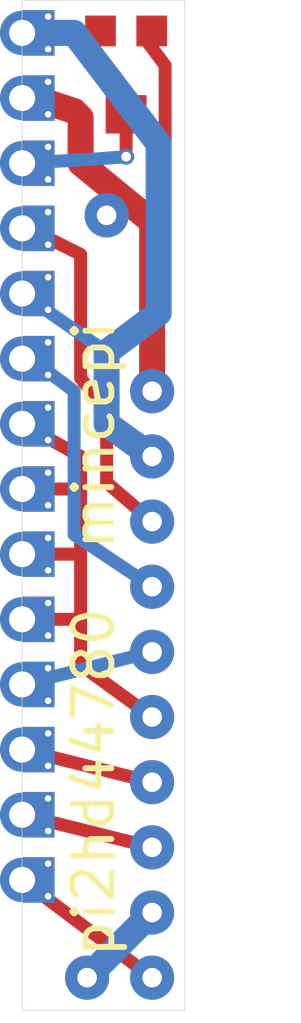
<source format=kicad_pcb>
(kicad_pcb (version 4) (host pcbnew 4.0.5+dfsg1-4)

  (general
    (links 0)
    (no_connects 0)
    (area 114.862 57.064 142.313 112.465001)
    (thickness 1.6)
    (drawings 5)
    (tracks 53)
    (zones 0)
    (modules 8)
    (nets 1)
  )

  (page A4)
  (layers
    (0 F.Cu signal)
    (31 B.Cu signal)
    (32 B.Adhes user)
    (33 F.Adhes user)
    (34 B.Paste user)
    (35 F.Paste user)
    (36 B.SilkS user)
    (37 F.SilkS user)
    (38 B.Mask user)
    (39 F.Mask user)
    (40 Dwgs.User user)
    (41 Cmts.User user)
    (42 Eco1.User user)
    (43 Eco2.User user)
    (44 Edge.Cuts user)
    (45 Margin user)
    (46 B.CrtYd user)
    (47 F.CrtYd user)
    (48 B.Fab user)
    (49 F.Fab user)
  )

  (setup
    (last_trace_width 0.25)
    (user_trace_width 0.508)
    (user_trace_width 0.762)
    (user_trace_width 1.016)
    (trace_clearance 0.2)
    (zone_clearance 0.508)
    (zone_45_only no)
    (trace_min 0.2)
    (segment_width 0.2)
    (edge_width 0.15)
    (via_size 0.635)
    (via_drill 0.381)
    (via_min_size 0.4)
    (via_min_drill 0.3)
    (uvia_size 0.3)
    (uvia_drill 0.1)
    (uvias_allowed no)
    (uvia_min_size 0)
    (uvia_min_drill 0)
    (pcb_text_width 0.3)
    (pcb_text_size 1.5 1.5)
    (mod_edge_width 0.15)
    (mod_text_size 1 1)
    (mod_text_width 0.15)
    (pad_size 1.27 1.7272)
    (pad_drill 0)
    (pad_to_mask_clearance 0.0508)
    (aux_axis_origin 0 0)
    (visible_elements 7FFFF7DF)
    (pcbplotparams
      (layerselection 0x00030_80000001)
      (usegerberextensions false)
      (excludeedgelayer true)
      (linewidth 0.150000)
      (plotframeref false)
      (viasonmask false)
      (mode 1)
      (useauxorigin false)
      (hpglpennumber 1)
      (hpglpenspeed 20)
      (hpglpendiameter 15)
      (hpglpenoverlay 2)
      (psnegative false)
      (psa4output false)
      (plotreference true)
      (plotvalue true)
      (plotinvisibletext false)
      (padsonsilk false)
      (subtractmaskfromsilk false)
      (outputformat 1)
      (mirror false)
      (drillshape 1)
      (scaleselection 1)
      (outputdirectory ""))
  )

  (net 0 "")

  (net_class Default "This is the default net class."
    (clearance 0.2)
    (trace_width 0.25)
    (via_dia 0.635)
    (via_drill 0.381)
    (uvia_dia 0.3)
    (uvia_drill 0.1)
  )

  (module Pin_Headers:Pin_Header_Straight_1x14 (layer F.Cu) (tedit 5D334B04) (tstamp 5D334C53)
    (at 128.016 74.295)
    (descr "Through hole pin header")
    (tags "pin header")
    (fp_text reference "" (at 1.524 -9.144) (layer F.SilkS) hide
      (effects (font (size 1 1) (thickness 0.15)))
    )
    (fp_text value "" (at 6.35 -14.986) (layer F.Fab) hide
      (effects (font (size 1 1) (thickness 0.15)))
    )
    (pad 1 thru_hole rect (at 0 0) (size 1.27 1.27) (drill 0.254 (offset -0.381 -0.381)) (layers *.Cu *.Mask)
      (solder_mask_margin 0.0508))
    (pad 2 thru_hole rect (at 0 2.54) (size 1.27 1.27) (drill 0.254 (offset -0.381 -0.381)) (layers *.Cu *.Mask)
      (solder_mask_margin 0.0508))
    (pad 3 thru_hole rect (at 0 5.08) (size 1.27 1.27) (drill 0.254 (offset -0.381 -0.381)) (layers *.Cu *.Mask)
      (solder_mask_margin 0.0508))
    (pad 4 thru_hole rect (at 0 7.62) (size 1.27 1.27) (drill 0.254 (offset -0.381 -0.381)) (layers *.Cu *.Mask)
      (solder_mask_margin 0.0508))
    (pad 5 thru_hole rect (at 0 10.16) (size 1.27 1.27) (drill 0.254 (offset -0.381 -0.381)) (layers *.Cu *.Mask)
      (solder_mask_margin 0.0508))
    (pad 6 thru_hole rect (at 0 12.7) (size 1.27 1.27) (drill 0.254 (offset -0.381 -0.381)) (layers *.Cu *.Mask)
      (solder_mask_margin 0.0508))
    (pad 7 thru_hole rect (at 0 15.24) (size 1.27 1.27) (drill 0.254 (offset -0.381 -0.381)) (layers *.Cu *.Mask)
      (solder_mask_margin 0.0508))
    (pad 8 thru_hole rect (at 0 17.78) (size 1.27 1.27) (drill 0.254 (offset -0.381 -0.381)) (layers *.Cu *.Mask)
      (solder_mask_margin 0.0508))
    (pad 9 thru_hole rect (at 0 20.32) (size 1.27 1.27) (drill 0.254 (offset -0.381 -0.381)) (layers *.Cu *.Mask)
      (solder_mask_margin 0.0508))
    (pad 10 thru_hole rect (at 0 22.86) (size 1.27 1.27) (drill 0.254 (offset -0.381 -0.381)) (layers *.Cu *.Mask)
      (solder_mask_margin 0.0508))
    (pad 11 thru_hole rect (at 0 25.4) (size 1.27 1.27) (drill 0.254 (offset -0.381 -0.381)) (layers *.Cu *.Mask)
      (solder_mask_margin 0.0508))
    (pad 12 thru_hole rect (at 0 27.94) (size 1.27 1.27) (drill 0.254 (offset -0.381 -0.381)) (layers *.Cu *.Mask)
      (solder_mask_margin 0.0508))
    (pad 13 thru_hole rect (at 0 30.48) (size 1.27 1.27) (drill 0.254 (offset -0.381 -0.381)) (layers *.Cu *.Mask)
      (solder_mask_margin 0.0508))
    (pad 14 thru_hole rect (at 0 33.02) (size 1.27 1.27) (drill 0.254 (offset -0.381 -0.381)) (layers *.Cu *.Mask)
      (solder_mask_margin 0.0508))
  )

  (module Pin_Headers:Pin_Header_Straight_1x14 (layer F.Cu) (tedit 5D334A62) (tstamp 5D3345BD)
    (at 128.016 73.025)
    (descr "Through hole pin header")
    (tags "pin header")
    (fp_text reference "" (at 1.524 -9.144) (layer F.SilkS) hide
      (effects (font (size 1 1) (thickness 0.15)))
    )
    (fp_text value "" (at 6.35 -14.986) (layer F.Fab) hide
      (effects (font (size 1 1) (thickness 0.15)))
    )
    (pad 1 thru_hole rect (at 0 0) (size 1.27 1.27) (drill 0.254 (offset -0.381 0.381)) (layers *.Cu *.Mask)
      (solder_mask_margin 0.0508))
    (pad 2 thru_hole rect (at 0 2.54) (size 1.27 1.27) (drill 0.254 (offset -0.381 0.381)) (layers *.Cu *.Mask)
      (solder_mask_margin 0.0508))
    (pad 3 thru_hole rect (at 0 5.08) (size 1.27 1.27) (drill 0.254 (offset -0.381 0.381)) (layers *.Cu *.Mask)
      (solder_mask_margin 0.0508))
    (pad 4 thru_hole rect (at 0 7.62) (size 1.27 1.27) (drill 0.254 (offset -0.381 0.381)) (layers *.Cu *.Mask)
      (solder_mask_margin 0.0508))
    (pad 5 thru_hole rect (at 0 10.16) (size 1.27 1.27) (drill 0.254 (offset -0.381 0.381)) (layers *.Cu *.Mask)
      (solder_mask_margin 0.0508))
    (pad 6 thru_hole rect (at 0 12.7) (size 1.27 1.27) (drill 0.254 (offset -0.381 0.381)) (layers *.Cu *.Mask)
      (solder_mask_margin 0.0508))
    (pad 7 thru_hole rect (at 0 15.24) (size 1.27 1.27) (drill 0.254 (offset -0.381 0.381)) (layers *.Cu *.Mask)
      (solder_mask_margin 0.0508))
    (pad 8 thru_hole rect (at 0 17.78) (size 1.27 1.27) (drill 0.254 (offset -0.381 0.381)) (layers *.Cu *.Mask)
      (solder_mask_margin 0.0508))
    (pad 9 thru_hole rect (at 0 20.32) (size 1.27 1.27) (drill 0.254 (offset -0.381 0.381)) (layers *.Cu *.Mask)
      (solder_mask_margin 0.0508))
    (pad 10 thru_hole rect (at 0 22.86) (size 1.27 1.27) (drill 0.254 (offset -0.381 0.381)) (layers *.Cu *.Mask)
      (solder_mask_margin 0.0508))
    (pad 11 thru_hole rect (at 0 25.4) (size 1.27 1.27) (drill 0.254 (offset -0.381 0.381)) (layers *.Cu *.Mask)
      (solder_mask_margin 0.0508))
    (pad 12 thru_hole rect (at 0 27.94) (size 1.27 1.27) (drill 0.254 (offset -0.381 0.381)) (layers *.Cu *.Mask)
      (solder_mask_margin 0.0508))
    (pad 13 thru_hole rect (at 0 30.48) (size 1.27 1.27) (drill 0.254 (offset -0.381 0.381)) (layers *.Cu *.Mask)
      (solder_mask_margin 0.0508))
    (pad 14 thru_hole rect (at 0 33.02) (size 1.27 1.27) (drill 0.254 (offset -0.381 0.381)) (layers *.Cu *.Mask)
      (solder_mask_margin 0.0508))
  )

  (module Pin_Headers:Pin_Header_Straight_1x14 (layer F.Cu) (tedit 5D2FBE9F) (tstamp 5CCAE7AE)
    (at 127 73.66)
    (descr "Through hole pin header")
    (tags "pin header")
    (fp_text reference "" (at 1.524 -9.144) (layer F.SilkS) hide
      (effects (font (size 1 1) (thickness 0.15)))
    )
    (fp_text value "" (at 6.35 -14.986) (layer F.Fab) hide
      (effects (font (size 1 1) (thickness 0.15)))
    )
    (pad 1 thru_hole circle (at 0 0) (size 1.7272 1.7272) (drill 1.016) (layers *.Cu *.Mask)
      (solder_mask_margin 0.0508))
    (pad 2 thru_hole circle (at 0 2.54) (size 1.7272 1.7272) (drill 1.016) (layers *.Cu *.Mask)
      (solder_mask_margin 0.0508))
    (pad 3 thru_hole circle (at 0 5.08) (size 1.7272 1.7272) (drill 1.016) (layers *.Cu *.Mask)
      (solder_mask_margin 0.0508))
    (pad 4 thru_hole circle (at 0 7.62) (size 1.7272 1.7272) (drill 1.016) (layers *.Cu *.Mask)
      (solder_mask_margin 0.0508))
    (pad 5 thru_hole circle (at 0 10.16) (size 1.7272 1.7272) (drill 1.016) (layers *.Cu *.Mask)
      (solder_mask_margin 0.0508))
    (pad 6 thru_hole circle (at 0 12.7) (size 1.7272 1.7272) (drill 1.016) (layers *.Cu *.Mask)
      (solder_mask_margin 0.0508))
    (pad 7 thru_hole circle (at 0 15.24) (size 1.7272 1.7272) (drill 1.016) (layers *.Cu *.Mask)
      (solder_mask_margin 0.0508))
    (pad 8 thru_hole circle (at 0 17.78) (size 1.7272 1.7272) (drill 1.016) (layers *.Cu *.Mask)
      (solder_mask_margin 0.0508))
    (pad 9 thru_hole circle (at 0 20.32) (size 1.7272 1.7272) (drill 1.016) (layers *.Cu *.Mask)
      (solder_mask_margin 0.0508))
    (pad 10 thru_hole circle (at 0 22.86) (size 1.7272 1.7272) (drill 1.016) (layers *.Cu *.Mask)
      (solder_mask_margin 0.0508))
    (pad 11 thru_hole circle (at 0 25.4) (size 1.7272 1.7272) (drill 1.016) (layers *.Cu *.Mask)
      (solder_mask_margin 0.0508))
    (pad 12 thru_hole circle (at 0 27.94) (size 1.7272 1.7272) (drill 1.016) (layers *.Cu *.Mask)
      (solder_mask_margin 0.0508))
    (pad 13 thru_hole circle (at 0 30.48) (size 1.7272 1.7272) (drill 1.016) (layers *.Cu *.Mask)
      (solder_mask_margin 0.0508))
    (pad 14 thru_hole circle (at 0 33.02) (size 1.7272 1.7272) (drill 1.016) (layers *.Cu *.Mask)
      (solder_mask_margin 0.0508))
  )

  (module Socket_Strips:Socket_Strip_Straight_1x10 (layer B.Cu) (tedit 5D2E8558) (tstamp 5CCB4CC3)
    (at 132.08 87.63 270)
    (descr "Through hole socket strip")
    (tags "socket strip")
    (fp_text reference "" (at -19.685 -10.033 360) (layer B.SilkS) hide
      (effects (font (size 1 1) (thickness 0.15)) (justify mirror))
    )
    (fp_text value "" (at -16.764 4.064 360) (layer B.Fab) hide
      (effects (font (size 1 1) (thickness 0.15)) (justify mirror))
    )
    (pad 1 thru_hole circle (at 0 0 270) (size 1.7272 1.7272) (drill 0.762) (layers *.Cu *.Mask))
    (pad 2 thru_hole circle (at 2.54 0 270) (size 1.7272 1.7272) (drill 0.762) (layers *.Cu *.Mask))
    (pad 3 thru_hole circle (at 5.08 0 270) (size 1.7272 1.7272) (drill 0.762) (layers *.Cu *.Mask))
    (pad 4 thru_hole circle (at 7.62 0 270) (size 1.7272 1.7272) (drill 0.762) (layers *.Cu *.Mask))
    (pad 5 thru_hole circle (at 10.16 0 270) (size 1.7272 1.7272) (drill 0.762) (layers *.Cu *.Mask))
    (pad 6 thru_hole circle (at 12.7 0 270) (size 1.7272 1.7272) (drill 0.762) (layers *.Cu *.Mask))
    (pad 7 thru_hole circle (at 15.24 0 270) (size 1.7272 1.7272) (drill 0.762) (layers *.Cu *.Mask))
    (pad 8 thru_hole circle (at 17.78 0 270) (size 1.7272 1.7272) (drill 0.762) (layers *.Cu *.Mask))
    (pad 9 thru_hole circle (at 20.32 0 270) (size 1.7272 1.7272) (drill 0.762) (layers *.Cu *.Mask))
    (pad d thru_hole circle (at 22.86 0 270) (size 1.7272 1.7272) (drill 0.762) (layers *.Cu *.Mask))
    (model Socket_Strips.3dshapes/Socket_Strip_Straight_1x10.wrl
      (at (xyz 0.45 0 0))
      (scale (xyz 1 1 1))
      (rotate (xyz 0 0 180))
    )
  )

  (module Pin_Headers:Pin_Header_Straight_1x01 (layer F.Cu) (tedit 5CCB726F) (tstamp 5D32C4B2)
    (at 130.302 80.772)
    (descr "Through hole pin header")
    (tags "pin header")
    (fp_text reference "" (at -14.478 -10.414) (layer F.SilkS) hide
      (effects (font (size 1 1) (thickness 0.15)))
    )
    (fp_text value "" (at -4.826 -18.288) (layer F.Fab) hide
      (effects (font (size 1 1) (thickness 0.15)))
    )
    (fp_line (start -1.75 -1.75) (end -1.75 1.75) (layer F.CrtYd) (width 0.05))
    (fp_line (start 1.75 -1.75) (end 1.75 1.75) (layer F.CrtYd) (width 0.05))
    (fp_line (start -1.75 -1.75) (end 1.75 -1.75) (layer F.CrtYd) (width 0.05))
    (fp_line (start -1.75 1.75) (end 1.75 1.75) (layer F.CrtYd) (width 0.05))
    (pad 1 thru_hole circle (at 0 0) (size 1.7272 1.7272) (drill 0.762) (layers *.Cu *.Mask))
  )

  (module Mounting_Holes:MountingHole_2.2mm_M2 (layer F.Cu) (tedit 5D2E8B75) (tstamp 5CCE4B22)
    (at 137.668 82.296)
    (descr "Mounting Hole 2.2mm, no annular, M2")
    (tags "mounting hole 2.2mm no annular m2")
    (fp_text reference "" (at 0 -3.2) (layer F.SilkS) hide
      (effects (font (size 1 1) (thickness 0.15)))
    )
    (fp_text value "" (at 0 3.2) (layer F.Fab) hide
      (effects (font (size 1 1) (thickness 0.15)))
    )
  )

  (module Potentiometers:Potentiometer_Trimmer-EVM3E (layer F.Cu) (tedit 5CCE3D6A) (tstamp 5CCE3F07)
    (at 131.064 75.184 180)
    (descr http://www.comkey.in/sites/default/files/attachments/EVM3ESX50B15.pdf)
    (tags "trimmer smd")
    (attr smd)
    (fp_text reference "" (at 0 3.835 180) (layer F.SilkS) hide
      (effects (font (size 1 1) (thickness 0.15)))
    )
    (fp_text value "" (at 0 -3.785 180) (layer F.Fab) hide
      (effects (font (size 1 1) (thickness 0.15)))
    )
    (fp_line (start 2.2 2.45) (end -2.2 2.45) (layer F.CrtYd) (width 0.05))
    (fp_line (start 2.2 -2.6) (end 2.2 2.45) (layer F.CrtYd) (width 0.05))
    (fp_line (start -2.2 -2.6) (end 2.2 -2.6) (layer F.CrtYd) (width 0.05))
    (fp_line (start -2.2 2.45) (end -2.2 -2.6) (layer F.CrtYd) (width 0.05))
    (fp_line (start 0.9 1.375) (end 0.9 1.725) (layer F.Fab) (width 0.05))
    (fp_line (start 1.55 1.375) (end 0.9 1.375) (layer F.Fab) (width 0.05))
    (fp_line (start -0.9 1.325) (end -0.9 1.725) (layer F.Fab) (width 0.05))
    (fp_line (start -1.55 1.325) (end -0.9 1.325) (layer F.Fab) (width 0.05))
    (fp_line (start -0.25 -0.225) (end -0.25 -0.975) (layer F.Fab) (width 0.05))
    (fp_line (start -1 -0.225) (end -0.25 -0.225) (layer F.Fab) (width 0.05))
    (fp_line (start -1 0.275) (end -1 -0.225) (layer F.Fab) (width 0.05))
    (fp_line (start -0.25 0.275) (end -1 0.275) (layer F.Fab) (width 0.05))
    (fp_line (start -0.25 1.025) (end -0.25 0.275) (layer F.Fab) (width 0.05))
    (fp_line (start 0.25 1.025) (end -0.25 1.025) (layer F.Fab) (width 0.05))
    (fp_line (start 0.25 0.275) (end 0.25 1.025) (layer F.Fab) (width 0.05))
    (fp_line (start 1 0.275) (end 0.25 0.275) (layer F.Fab) (width 0.05))
    (fp_line (start 1 -0.225) (end 1 0.275) (layer F.Fab) (width 0.05))
    (fp_line (start 0.25 -0.225) (end 1 -0.225) (layer F.Fab) (width 0.05))
    (fp_line (start 0.25 -0.975) (end 0.25 -0.225) (layer F.Fab) (width 0.05))
    (fp_line (start -0.25 -0.975) (end 0.25 -0.975) (layer F.Fab) (width 0.05))
    (fp_line (start -1.55 1.725) (end -1.55 -1.525) (layer F.Fab) (width 0.05))
    (fp_line (start 1.55 1.725) (end -1.55 1.725) (layer F.Fab) (width 0.05))
    (fp_line (start 1.55 -1.525) (end 1.55 1.725) (layer F.Fab) (width 0.05))
    (fp_line (start -1.55 -1.525) (end 1.55 -1.525) (layer F.Fab) (width 0.05))
    (fp_circle (center 0 0.025) (end 0 -0.225) (layer F.Fab) (width 0.05))
    (fp_circle (center 0 0.025) (end 0 -1.175) (layer F.Fab) (width 0.05))
    (fp_circle (center 0 0.025) (end 0 -1.525) (layer F.Fab) (width 0.05))
    (pad 1 smd rect (at -1 1.6 180) (size 1.2 1.2) (layers F.Cu F.Paste F.Mask))
    (pad 3 smd rect (at 1 1.6 180) (size 1.2 1.2) (layers F.Cu F.Paste F.Mask))
    (pad 2 smd rect (at 0 -1.65 180) (size 1.6 1.5) (layers F.Cu F.Paste F.Mask))
  )

  (module Pin_Headers:Pin_Header_Straight_1x01 (layer F.Cu) (tedit 5CCB726F) (tstamp 5CCBDAF9)
    (at 129.54 110.49)
    (descr "Through hole pin header")
    (tags "pin header")
    (fp_text reference "" (at -14.478 -10.414) (layer F.SilkS) hide
      (effects (font (size 1 1) (thickness 0.15)))
    )
    (fp_text value "" (at -4.826 -18.288) (layer F.Fab) hide
      (effects (font (size 1 1) (thickness 0.15)))
    )
    (fp_line (start -1.75 -1.75) (end -1.75 1.75) (layer F.CrtYd) (width 0.05))
    (fp_line (start 1.75 -1.75) (end 1.75 1.75) (layer F.CrtYd) (width 0.05))
    (fp_line (start -1.75 -1.75) (end 1.75 -1.75) (layer F.CrtYd) (width 0.05))
    (fp_line (start -1.75 1.75) (end 1.75 1.75) (layer F.CrtYd) (width 0.05))
    (pad 1 thru_hole circle (at 0 0) (size 1.7272 1.7272) (drill 0.762) (layers *.Cu *.Mask))
  )

  (gr_text "pi2hd44780  mincepi" (at 129.794 97.282 90) (layer F.SilkS)
    (effects (font (thickness 0.2286)))
  )
  (gr_line (start 127 111.76) (end 127 72.39) (angle 90) (layer Edge.Cuts) (width 0.0254))
  (gr_line (start 133.35 111.76) (end 127 111.76) (angle 90) (layer Edge.Cuts) (width 0.0254))
  (gr_line (start 133.35 72.39) (end 133.35 111.76) (angle 90) (layer Edge.Cuts) (width 0.0254))
  (gr_line (start 127 72.39) (end 133.35 72.39) (angle 90) (layer Edge.Cuts) (width 0.0254))

  (segment (start 127 78.74) (end 130.048 78.564154) (width 0.508) (layer B.Cu) (net 0))
  (via (at 131.064 78.486) (size 0.635) (drill 0.381) (layers F.Cu B.Cu) (net 0))
  (segment (start 131.064 78.486) (end 131.064 77.216) (width 0.508) (layer F.Cu) (net 0) (tstamp 5D32C480))
  (segment (start 130.048 78.564154) (end 131.064 78.486) (width 0.508) (layer B.Cu) (net 0) (tstamp 5D2FC074))
  (segment (start 127 88.9) (end 129.286 90.17) (width 0.508) (layer F.Cu) (net 0))
  (segment (start 129.286 90.17) (end 129.286 91.44) (width 0.508) (layer F.Cu) (net 0) (tstamp 5D2FC058))
  (segment (start 127 91.44) (end 129.286 91.44) (width 0.508) (layer F.Cu) (net 0))
  (segment (start 127 93.98) (end 129.286 93.98) (width 0.508) (layer F.Cu) (net 0))
  (segment (start 127 96.52) (end 129.286 96.52) (width 0.508) (layer F.Cu) (net 0))
  (segment (start 127 99.06) (end 132.08 97.79) (width 0.508) (layer B.Cu) (net 0))
  (segment (start 132.08 102.87) (end 127 101.6) (width 0.508) (layer F.Cu) (net 0))
  (segment (start 127 104.14) (end 132.08 105.41) (width 0.508) (layer F.Cu) (net 0))
  (segment (start 127 106.68) (end 132.08 110.49) (width 0.508) (layer F.Cu) (net 0))
  (segment (start 132.08 92.71) (end 131.826 92.492286) (width 0.508) (layer F.Cu) (net 0))
  (segment (start 131.826 92.492286) (end 130.302 91.186) (width 0.508) (layer F.Cu) (net 0) (tstamp 5D2F8558))
  (segment (start 130.302 91.186) (end 130.302 88.392) (width 0.508) (layer F.Cu) (net 0) (tstamp 5D32C12E))
  (segment (start 130.302 88.392) (end 129.286 87.122) (width 0.508) (layer F.Cu) (net 0) (tstamp 5D32C12F))
  (segment (start 129.286 87.122) (end 129.286 82.296) (width 0.508) (layer F.Cu) (net 0) (tstamp 5D32C130))
  (segment (start 129.286 82.296) (end 127.254 81.28) (width 0.508) (layer F.Cu) (net 0) (tstamp 5D32C131))
  (segment (start 128.778 73.66) (end 127.254 73.66) (width 1.016) (layer B.Cu) (net 0))
  (segment (start 127.254 73.66) (end 127 73.66) (width 1.016) (layer B.Cu) (net 0) (tstamp 5D2F8223))
  (segment (start 130.302 86.106) (end 132.334 84.582) (width 1.016) (layer B.Cu) (net 0))
  (segment (start 132.334 84.582) (end 132.334 82.042) (width 1.016) (layer B.Cu) (net 0) (tstamp 5D32C490))
  (segment (start 132.334 82.042) (end 132.334 77.978) (width 1.016) (layer B.Cu) (net 0) (tstamp 5D32C465))
  (segment (start 132.334 77.978) (end 129.032 73.66) (width 1.016) (layer B.Cu) (net 0) (tstamp 5D32C466))
  (segment (start 129.032 73.66) (end 128.778 73.66) (width 1.016) (layer B.Cu) (net 0) (tstamp 5D32C468))
  (segment (start 131.826 73.914) (end 132.588 74.93) (width 0.508) (layer F.Cu) (net 0))
  (segment (start 132.588 74.93) (end 132.588 80.264) (width 0.508) (layer F.Cu) (net 0) (tstamp 5D2F810C))
  (segment (start 132.588 80.264) (end 132.08 80.772) (width 0.508) (layer F.Cu) (net 0) (tstamp 5D2F8111))
  (segment (start 132.08 80.772) (end 132.08 81.026) (width 0.508) (layer F.Cu) (net 0) (tstamp 5D2F8113))
  (segment (start 129.032 76.708) (end 127.508 76.2) (width 1.016) (layer F.Cu) (net 0))
  (segment (start 127.508 76.2) (end 127 76.2) (width 1.016) (layer F.Cu) (net 0) (tstamp 5D32C52C))
  (segment (start 129.54 110.49) (end 132.08 107.95) (width 1.016) (layer B.Cu) (net 0))
  (segment (start 127 73.66) (end 130.048 73.66) (width 0.508) (layer F.Cu) (net 0))
  (segment (start 130.048 73.66) (end 130.048 73.66) (width 0.508) (layer F.Cu) (net 0) (tstamp 5D32C486))
  (segment (start 129.032 76.708) (end 129.286 76.962) (width 1.016) (layer F.Cu) (net 0))
  (segment (start 129.286 76.962) (end 129.286 76.985091) (width 1.016) (layer F.Cu) (net 0) (tstamp 5D32C3B7))
  (segment (start 127 83.82) (end 130.302 86.106) (width 0.508) (layer B.Cu) (net 0))
  (segment (start 132.08 90.17) (end 130.302 88.9) (width 1.016) (layer B.Cu) (net 0))
  (segment (start 130.302 88.9) (end 130.302 86.106) (width 1.016) (layer B.Cu) (net 0) (tstamp 5D32C186))
  (segment (start 127 86.106) (end 129.032 87.63) (width 0.508) (layer B.Cu) (net 0))
  (segment (start 129.032 87.63) (end 129.032 93.218) (width 0.508) (layer B.Cu) (net 0) (tstamp 5D32C179))
  (segment (start 129.032 93.218) (end 132.08 95.25) (width 0.508) (layer B.Cu) (net 0) (tstamp 5D32C17B))
  (segment (start 129.286 76.985091) (end 129.286 78.74) (width 1.016) (layer F.Cu) (net 0) (tstamp 5D32C3B8))
  (segment (start 129.286 78.74) (end 132.08 81.026) (width 1.016) (layer F.Cu) (net 0) (tstamp 5D32C167))
  (segment (start 132.08 81.026) (end 132.08 81.026) (width 1.016) (layer F.Cu) (net 0) (tstamp 5D2F8114))
  (segment (start 132.08 81.026) (end 132.08 87.63) (width 1.016) (layer F.Cu) (net 0) (tstamp 5D32C478))
  (segment (start 127.254 81.28) (end 127 81.28) (width 0.508) (layer F.Cu) (net 0) (tstamp 5D32C132))
  (segment (start 129.286 91.44) (end 129.286 93.98) (width 0.508) (layer F.Cu) (net 0) (tstamp 5D32C0EF))
  (segment (start 129.286 93.98) (end 129.286 96.385529) (width 0.508) (layer F.Cu) (net 0) (tstamp 5D32C0F2))
  (segment (start 129.286 96.385529) (end 129.286 96.52) (width 0.508) (layer F.Cu) (net 0) (tstamp 5D32C0EB))
  (segment (start 132.08 100.33) (end 129.286 98.298) (width 0.508) (layer F.Cu) (net 0))
  (segment (start 129.286 98.298) (end 129.286 96.52) (width 0.508) (layer F.Cu) (net 0) (tstamp 5D32C538))

)

</source>
